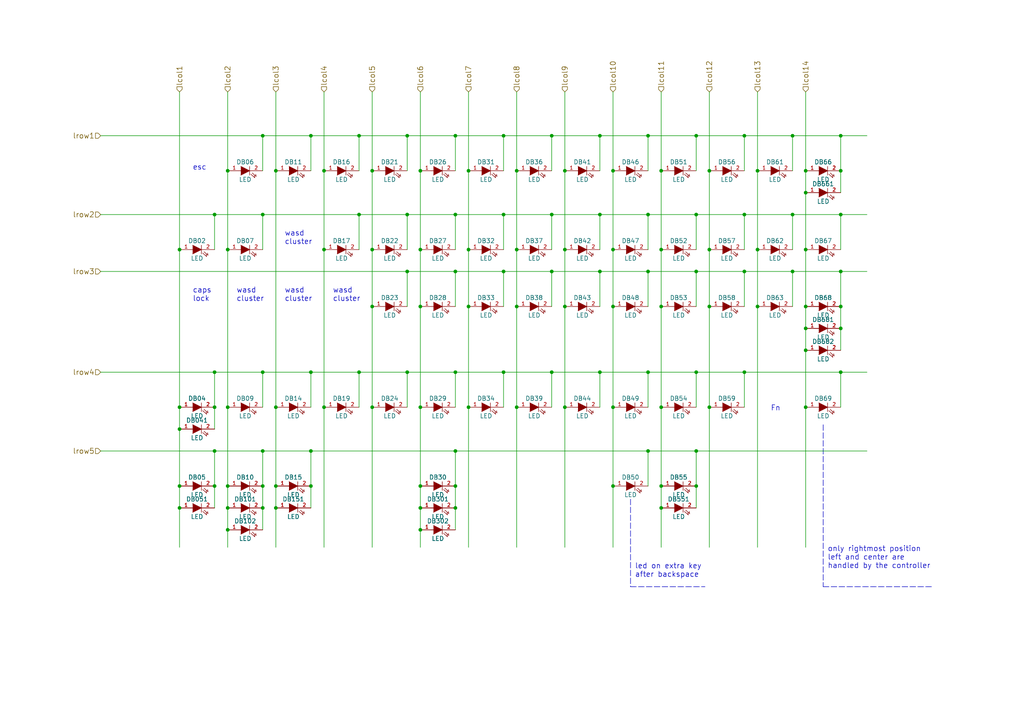
<source format=kicad_sch>
(kicad_sch (version 20211123) (generator eeschema)
  (paper "A4")
  (title_block (date "17 jul 2013"))
  (lib_symbols
    (symbol "device:LED" (pin_names (offset 1.016) hide)
      (property "Reference" "D" (at 0 2.54 0))
      (property "Value" "LED" (at 0 -2.54 0))
      (symbol "LED_0_1"
        (polyline (pts (xy 1.27 1.27) (xy 1.27 -1.27)))
        (polyline (pts (xy -1.27 1.27) (xy 1.27 0) (xy -1.27 -1.27)) (fill (type outline)))
        (polyline (pts (xy 1.651 -1.016) (xy 2.794 -2.032) (xy 2.667 -1.397)))
        (polyline (pts (xy 2.032 -0.635) (xy 3.175 -1.651) (xy 3.048 -1.016)))
      )
      (symbol "LED_1_1"
        (pin passive line (at -5.08 0 0) (length 3.81) (name "A") (number "1"))
        (pin passive line (at 5.08 0 180) (length 3.81) (name "K") (number "2"))
      )
    )
  )
  (junction (at 62.23 118.11))
  (junction (at 121.92 88.9))
  (junction (at 118.11 39.37))
  (junction (at 146.05 107.95))
  (junction (at 66.04 153.67))
  (junction (at 76.2 130.81))
  (junction (at 219.71 72.39))
  (junction (at 163.83 88.9))
  (junction (at 219.71 49.53))
  (junction (at 52.07 140.97))
  (junction (at 149.86 118.11))
  (junction (at 243.84 78.74))
  (junction (at 52.07 72.39))
  (junction (at 135.89 49.53))
  (junction (at 132.08 78.74))
  (junction (at 76.2 147.32))
  (junction (at 132.08 147.32))
  (junction (at 205.74 49.53))
  (junction (at 201.93 140.97))
  (junction (at 191.77 118.11))
  (junction (at 187.96 107.95))
  (junction (at 191.77 49.53))
  (junction (at 177.8 72.39))
  (junction (at 146.05 78.74))
  (junction (at 243.84 95.25))
  (junction (at 76.2 62.23))
  (junction (at 187.96 130.81))
  (junction (at 233.68 101.6))
  (junction (at 62.23 140.97))
  (junction (at 121.92 147.32))
  (junction (at 215.9 107.95))
  (junction (at 243.84 62.23))
  (junction (at 107.95 49.53))
  (junction (at 62.23 130.81))
  (junction (at 205.74 88.9))
  (junction (at 243.84 39.37))
  (junction (at 121.92 140.97))
  (junction (at 149.86 88.9))
  (junction (at 66.04 72.39))
  (junction (at 132.08 140.97))
  (junction (at 233.68 95.25))
  (junction (at 90.17 39.37))
  (junction (at 107.95 72.39))
  (junction (at 104.14 39.37))
  (junction (at 201.93 78.74))
  (junction (at 173.99 78.74))
  (junction (at 76.2 39.37))
  (junction (at 93.98 49.53))
  (junction (at 118.11 62.23))
  (junction (at 107.95 88.9))
  (junction (at 121.92 118.11))
  (junction (at 233.68 72.39))
  (junction (at 187.96 39.37))
  (junction (at 135.89 118.11))
  (junction (at 52.07 124.46))
  (junction (at 187.96 78.74))
  (junction (at 233.68 49.53))
  (junction (at 118.11 107.95))
  (junction (at 229.87 39.37))
  (junction (at 201.93 62.23))
  (junction (at 173.99 62.23))
  (junction (at 191.77 88.9))
  (junction (at 201.93 39.37))
  (junction (at 135.89 72.39))
  (junction (at 52.07 118.11))
  (junction (at 173.99 39.37))
  (junction (at 76.2 140.97))
  (junction (at 135.89 88.9))
  (junction (at 132.08 107.95))
  (junction (at 132.08 39.37))
  (junction (at 215.9 78.74))
  (junction (at 163.83 72.39))
  (junction (at 215.9 39.37))
  (junction (at 191.77 140.97))
  (junction (at 160.02 107.95))
  (junction (at 80.01 118.11))
  (junction (at 121.92 49.53))
  (junction (at 121.92 72.39))
  (junction (at 66.04 118.11))
  (junction (at 107.95 118.11))
  (junction (at 90.17 107.95))
  (junction (at 90.17 140.97))
  (junction (at 177.8 88.9))
  (junction (at 229.87 78.74))
  (junction (at 160.02 62.23))
  (junction (at 93.98 72.39))
  (junction (at 66.04 147.32))
  (junction (at 229.87 62.23))
  (junction (at 146.05 39.37))
  (junction (at 146.05 62.23))
  (junction (at 187.96 62.23))
  (junction (at 160.02 39.37))
  (junction (at 219.71 88.9))
  (junction (at 149.86 72.39))
  (junction (at 177.8 118.11))
  (junction (at 93.98 118.11))
  (junction (at 80.01 147.32))
  (junction (at 177.8 140.97))
  (junction (at 118.11 78.74))
  (junction (at 80.01 140.97))
  (junction (at 243.84 49.53))
  (junction (at 62.23 62.23))
  (junction (at 104.14 62.23))
  (junction (at 233.68 118.11))
  (junction (at 149.86 49.53))
  (junction (at 76.2 107.95))
  (junction (at 132.08 62.23))
  (junction (at 201.93 107.95))
  (junction (at 177.8 49.53))
  (junction (at 90.17 130.81))
  (junction (at 243.84 88.9))
  (junction (at 62.23 107.95))
  (junction (at 80.01 49.53))
  (junction (at 215.9 62.23))
  (junction (at 243.84 107.95))
  (junction (at 160.02 78.74))
  (junction (at 163.83 118.11))
  (junction (at 205.74 118.11))
  (junction (at 191.77 72.39))
  (junction (at 66.04 140.97))
  (junction (at 66.04 49.53))
  (junction (at 201.93 130.81))
  (junction (at 52.07 147.32))
  (junction (at 205.74 72.39))
  (junction (at 132.08 130.81))
  (junction (at 233.68 88.9))
  (junction (at 233.68 55.88))
  (junction (at 163.83 49.53))
  (junction (at 104.14 107.95))
  (junction (at 173.99 107.95))
  (junction (at 121.92 153.67))
  (junction (at 191.77 147.32))
  (wire (pts (xy 104.14 39.37) (xy 104.14 49.53)))
  (wire (pts (xy 80.01 26.67) (xy 80.01 49.53)))
  (wire (pts (xy 118.11 62.23) (xy 118.11 72.39)))
  (wire (pts (xy 173.99 107.95) (xy 187.96 107.95)))
  (wire (pts (xy 76.2 107.95) (xy 90.17 107.95)))
  (wire (pts (xy 201.93 78.74) (xy 201.93 88.9)))
  (wire (pts (xy 121.92 153.67) (xy 121.92 158.75)))
  (wire (pts (xy 201.93 130.81) (xy 251.46 130.81)))
  (wire (pts (xy 160.02 39.37) (xy 173.99 39.37)))
  (wire (pts (xy 132.08 107.95) (xy 146.05 107.95)))
  (wire (pts (xy 104.14 39.37) (xy 118.11 39.37)))
  (wire (pts (xy 118.11 39.37) (xy 132.08 39.37)))
  (wire (pts (xy 107.95 26.67) (xy 107.95 49.53)))
  (wire (pts (xy 118.11 78.74) (xy 118.11 88.9)))
  (wire (pts (xy 121.92 49.53) (xy 121.92 72.39)))
  (wire (pts (xy 90.17 130.81) (xy 132.08 130.81)))
  (wire (pts (xy 118.11 78.74) (xy 132.08 78.74)))
  (wire (pts (xy 80.01 49.53) (xy 80.01 118.11)))
  (wire (pts (xy 76.2 107.95) (xy 76.2 118.11)))
  (wire (pts (xy 229.87 62.23) (xy 243.84 62.23)))
  (wire (pts (xy 219.71 26.67) (xy 219.71 49.53)))
  (wire (pts (xy 177.8 118.11) (xy 177.8 140.97)))
  (wire (pts (xy 205.74 118.11) (xy 205.74 158.75)))
  (wire (pts (xy 107.95 49.53) (xy 107.95 72.39)))
  (wire (pts (xy 243.84 62.23) (xy 243.84 72.39)))
  (wire (pts (xy 215.9 78.74) (xy 215.9 88.9)))
  (wire (pts (xy 243.84 49.53) (xy 243.84 55.88)))
  (wire (pts (xy 187.96 62.23) (xy 187.96 72.39)))
  (wire (pts (xy 52.07 124.46) (xy 52.07 140.97)))
  (wire (pts (xy 66.04 147.32) (xy 66.04 153.67)))
  (wire (pts (xy 233.68 95.25) (xy 233.68 101.6)))
  (wire (pts (xy 163.83 49.53) (xy 163.83 72.39)))
  (wire (pts (xy 62.23 107.95) (xy 62.23 118.11)))
  (wire (pts (xy 205.74 88.9) (xy 205.74 118.11)))
  (wire (pts (xy 243.84 88.9) (xy 243.84 95.25)))
  (wire (pts (xy 163.83 72.39) (xy 163.83 88.9)))
  (wire (pts (xy 132.08 130.81) (xy 132.08 140.97)))
  (wire (pts (xy 173.99 62.23) (xy 173.99 72.39)))
  (wire (pts (xy 149.86 88.9) (xy 149.86 118.11)))
  (wire (pts (xy 187.96 78.74) (xy 187.96 88.9)))
  (wire (pts (xy 243.84 78.74) (xy 251.46 78.74)))
  (wire (pts (xy 160.02 62.23) (xy 173.99 62.23)))
  (wire (pts (xy 233.68 72.39) (xy 233.68 88.9)))
  (wire (pts (xy 243.84 107.95) (xy 243.84 118.11)))
  (wire (pts (xy 66.04 49.53) (xy 66.04 72.39)))
  (wire (pts (xy 149.86 49.53) (xy 149.86 72.39)))
  (wire (pts (xy 205.74 49.53) (xy 205.74 72.39)))
  (wire (pts (xy 132.08 39.37) (xy 146.05 39.37)))
  (wire (pts (xy 177.8 49.53) (xy 177.8 72.39)))
  (wire (pts (xy 146.05 107.95) (xy 160.02 107.95)))
  (wire (pts (xy 29.21 39.37) (xy 76.2 39.37)))
  (wire (pts (xy 62.23 140.97) (xy 62.23 147.32)))
  (wire (pts (xy 118.11 107.95) (xy 132.08 107.95)))
  (wire (pts (xy 90.17 107.95) (xy 90.17 118.11)))
  (wire (pts (xy 233.68 88.9) (xy 233.68 95.25)))
  (wire (pts (xy 132.08 130.81) (xy 187.96 130.81)))
  (wire (pts (xy 219.71 72.39) (xy 219.71 88.9)))
  (wire (pts (xy 201.93 62.23) (xy 215.9 62.23)))
  (wire (pts (xy 177.8 26.67) (xy 177.8 49.53)))
  (wire (pts (xy 160.02 62.23) (xy 160.02 72.39)))
  (wire (pts (xy 233.68 26.67) (xy 233.68 49.53)))
  (polyline (pts (xy 182.88 170.18) (xy 204.47 170.18)))
  (wire (pts (xy 135.89 26.67) (xy 135.89 49.53)))
  (wire (pts (xy 173.99 62.23) (xy 187.96 62.23)))
  (wire (pts (xy 66.04 26.67) (xy 66.04 49.53)))
  (wire (pts (xy 146.05 62.23) (xy 146.05 72.39)))
  (wire (pts (xy 121.92 118.11) (xy 121.92 140.97)))
  (wire (pts (xy 177.8 72.39) (xy 177.8 88.9)))
  (wire (pts (xy 187.96 130.81) (xy 187.96 140.97)))
  (wire (pts (xy 160.02 78.74) (xy 173.99 78.74)))
  (wire (pts (xy 233.68 49.53) (xy 233.68 55.88)))
  (polyline (pts (xy 238.76 123.19) (xy 238.76 170.18)))
  (wire (pts (xy 243.84 95.25) (xy 243.84 101.6)))
  (wire (pts (xy 173.99 39.37) (xy 173.99 49.53)))
  (wire (pts (xy 146.05 39.37) (xy 146.05 49.53)))
  (wire (pts (xy 135.89 118.11) (xy 135.89 158.75)))
  (wire (pts (xy 243.84 62.23) (xy 251.46 62.23)))
  (wire (pts (xy 66.04 153.67) (xy 66.04 158.75)))
  (wire (pts (xy 219.71 88.9) (xy 219.71 158.75)))
  (wire (pts (xy 160.02 39.37) (xy 160.02 49.53)))
  (wire (pts (xy 205.74 26.67) (xy 205.74 49.53)))
  (wire (pts (xy 201.93 78.74) (xy 215.9 78.74)))
  (wire (pts (xy 29.21 78.74) (xy 118.11 78.74)))
  (wire (pts (xy 90.17 130.81) (xy 90.17 140.97)))
  (wire (pts (xy 132.08 147.32) (xy 132.08 153.67)))
  (wire (pts (xy 243.84 107.95) (xy 251.46 107.95)))
  (wire (pts (xy 187.96 107.95) (xy 201.93 107.95)))
  (wire (pts (xy 160.02 78.74) (xy 160.02 88.9)))
  (wire (pts (xy 191.77 88.9) (xy 191.77 118.11)))
  (wire (pts (xy 107.95 72.39) (xy 107.95 88.9)))
  (wire (pts (xy 76.2 62.23) (xy 76.2 72.39)))
  (wire (pts (xy 135.89 88.9) (xy 135.89 118.11)))
  (wire (pts (xy 52.07 118.11) (xy 52.07 124.46)))
  (wire (pts (xy 229.87 78.74) (xy 243.84 78.74)))
  (wire (pts (xy 132.08 62.23) (xy 146.05 62.23)))
  (wire (pts (xy 62.23 130.81) (xy 76.2 130.81)))
  (polyline (pts (xy 182.88 144.78) (xy 182.88 170.18)))
  (wire (pts (xy 191.77 72.39) (xy 191.77 88.9)))
  (wire (pts (xy 215.9 62.23) (xy 215.9 72.39)))
  (wire (pts (xy 135.89 49.53) (xy 135.89 72.39)))
  (wire (pts (xy 201.93 107.95) (xy 215.9 107.95)))
  (wire (pts (xy 146.05 39.37) (xy 160.02 39.37)))
  (wire (pts (xy 29.21 107.95) (xy 62.23 107.95)))
  (wire (pts (xy 121.92 88.9) (xy 121.92 118.11)))
  (wire (pts (xy 215.9 107.95) (xy 243.84 107.95)))
  (wire (pts (xy 146.05 107.95) (xy 146.05 118.11)))
  (wire (pts (xy 104.14 62.23) (xy 104.14 72.39)))
  (wire (pts (xy 80.01 118.11) (xy 80.01 140.97)))
  (wire (pts (xy 229.87 62.23) (xy 229.87 72.39)))
  (wire (pts (xy 52.07 140.97) (xy 52.07 147.32)))
  (wire (pts (xy 121.92 147.32) (xy 121.92 153.67)))
  (wire (pts (xy 104.14 62.23) (xy 118.11 62.23)))
  (wire (pts (xy 62.23 72.39) (xy 62.23 62.23)))
  (wire (pts (xy 229.87 78.74) (xy 229.87 88.9)))
  (wire (pts (xy 163.83 88.9) (xy 163.83 118.11)))
  (wire (pts (xy 191.77 118.11) (xy 191.77 140.97)))
  (wire (pts (xy 52.07 72.39) (xy 52.07 118.11)))
  (wire (pts (xy 132.08 107.95) (xy 132.08 118.11)))
  (wire (pts (xy 93.98 118.11) (xy 93.98 158.75)))
  (wire (pts (xy 66.04 118.11) (xy 66.04 140.97)))
  (wire (pts (xy 187.96 130.81) (xy 201.93 130.81)))
  (wire (pts (xy 201.93 107.95) (xy 201.93 118.11)))
  (wire (pts (xy 132.08 39.37) (xy 132.08 49.53)))
  (wire (pts (xy 80.01 147.32) (xy 80.01 158.75)))
  (wire (pts (xy 29.21 130.81) (xy 62.23 130.81)))
  (wire (pts (xy 173.99 107.95) (xy 173.99 118.11)))
  (wire (pts (xy 121.92 26.67) (xy 121.92 49.53)))
  (wire (pts (xy 191.77 49.53) (xy 191.77 72.39)))
  (wire (pts (xy 215.9 39.37) (xy 215.9 49.53)))
  (wire (pts (xy 118.11 107.95) (xy 118.11 118.11)))
  (wire (pts (xy 146.05 78.74) (xy 160.02 78.74)))
  (wire (pts (xy 191.77 147.32) (xy 191.77 158.75)))
  (wire (pts (xy 93.98 26.67) (xy 93.98 49.53)))
  (wire (pts (xy 118.11 39.37) (xy 118.11 49.53)))
  (polyline (pts (xy 238.76 170.18) (xy 270.51 170.18)))
  (wire (pts (xy 187.96 39.37) (xy 187.96 49.53)))
  (wire (pts (xy 121.92 140.97) (xy 121.92 147.32)))
  (wire (pts (xy 201.93 39.37) (xy 201.93 49.53)))
  (wire (pts (xy 146.05 62.23) (xy 160.02 62.23)))
  (wire (pts (xy 76.2 147.32) (xy 76.2 153.67)))
  (wire (pts (xy 62.23 107.95) (xy 76.2 107.95)))
  (wire (pts (xy 149.86 26.67) (xy 149.86 49.53)))
  (wire (pts (xy 132.08 78.74) (xy 132.08 88.9)))
  (wire (pts (xy 191.77 140.97) (xy 191.77 147.32)))
  (wire (pts (xy 66.04 72.39) (xy 66.04 118.11)))
  (wire (pts (xy 93.98 72.39) (xy 93.98 118.11)))
  (wire (pts (xy 52.07 147.32) (xy 52.07 158.75)))
  (wire (pts (xy 163.83 118.11) (xy 163.83 158.75)))
  (wire (pts (xy 132.08 140.97) (xy 132.08 147.32)))
  (wire (pts (xy 76.2 62.23) (xy 104.14 62.23)))
  (wire (pts (xy 66.04 140.97) (xy 66.04 147.32)))
  (wire (pts (xy 187.96 78.74) (xy 201.93 78.74)))
  (wire (pts (xy 135.89 72.39) (xy 135.89 88.9)))
  (wire (pts (xy 233.68 101.6) (xy 233.68 118.11)))
  (wire (pts (xy 76.2 39.37) (xy 90.17 39.37)))
  (wire (pts (xy 132.08 62.23) (xy 132.08 72.39)))
  (wire (pts (xy 173.99 78.74) (xy 187.96 78.74)))
  (wire (pts (xy 177.8 88.9) (xy 177.8 118.11)))
  (wire (pts (xy 219.71 49.53) (xy 219.71 72.39)))
  (wire (pts (xy 62.23 130.81) (xy 62.23 140.97)))
  (wire (pts (xy 229.87 39.37) (xy 229.87 49.53)))
  (wire (pts (xy 80.01 140.97) (xy 80.01 147.32)))
  (wire (pts (xy 104.14 107.95) (xy 104.14 118.11)))
  (wire (pts (xy 173.99 78.74) (xy 173.99 88.9)))
  (wire (pts (xy 201.93 130.81) (xy 201.93 140.97)))
  (wire (pts (xy 90.17 39.37) (xy 104.14 39.37)))
  (wire (pts (xy 76.2 39.37) (xy 76.2 49.53)))
  (wire (pts (xy 149.86 118.11) (xy 149.86 158.75)))
  (wire (pts (xy 215.9 107.95) (xy 215.9 118.11)))
  (wire (pts (xy 107.95 118.11) (xy 107.95 158.75)))
  (wire (pts (xy 52.07 26.67) (xy 52.07 72.39)))
  (wire (pts (xy 62.23 62.23) (xy 76.2 62.23)))
  (wire (pts (xy 243.84 39.37) (xy 243.84 49.53)))
  (wire (pts (xy 62.23 118.11) (xy 62.23 124.46)))
  (wire (pts (xy 160.02 107.95) (xy 173.99 107.95)))
  (wire (pts (xy 173.99 39.37) (xy 187.96 39.37)))
  (wire (pts (xy 187.96 62.23) (xy 201.93 62.23)))
  (wire (pts (xy 90.17 39.37) (xy 90.17 49.53)))
  (wire (pts (xy 118.11 62.23) (xy 132.08 62.23)))
  (wire (pts (xy 233.68 118.11) (xy 233.68 158.75)))
  (wire (pts (xy 205.74 72.39) (xy 205.74 88.9)))
  (wire (pts (xy 146.05 78.74) (xy 146.05 88.9)))
  (wire (pts (xy 201.93 39.37) (xy 215.9 39.37)))
  (wire (pts (xy 215.9 78.74) (xy 229.87 78.74)))
  (wire (pts (xy 90.17 107.95) (xy 104.14 107.95)))
  (wire (pts (xy 76.2 130.81) (xy 76.2 140.97)))
  (wire (pts (xy 132.08 78.74) (xy 146.05 78.74)))
  (wire (pts (xy 201.93 140.97) (xy 201.93 147.32)))
  (wire (pts (xy 149.86 72.39) (xy 149.86 88.9)))
  (wire (pts (xy 243.84 78.74) (xy 243.84 88.9)))
  (wire (pts (xy 177.8 140.97) (xy 177.8 158.75)))
  (wire (pts (xy 104.14 107.95) (xy 118.11 107.95)))
  (wire (pts (xy 201.93 62.23) (xy 201.93 72.39)))
  (wire (pts (xy 187.96 107.95) (xy 187.96 118.11)))
  (wire (pts (xy 93.98 49.53) (xy 93.98 72.39)))
  (wire (pts (xy 243.84 39.37) (xy 251.46 39.37)))
  (wire (pts (xy 187.96 39.37) (xy 201.93 39.37)))
  (wire (pts (xy 90.17 140.97) (xy 90.17 147.32)))
  (wire (pts (xy 121.92 72.39) (xy 121.92 88.9)))
  (wire (pts (xy 107.95 88.9) (xy 107.95 118.11)))
  (wire (pts (xy 76.2 140.97) (xy 76.2 147.32)))
  (wire (pts (xy 163.83 26.67) (xy 163.83 49.53)))
  (wire (pts (xy 215.9 39.37) (xy 229.87 39.37)))
  (wire (pts (xy 29.21 62.23) (xy 62.23 62.23)))
  (wire (pts (xy 160.02 107.95) (xy 160.02 118.11)))
  (wire (pts (xy 191.77 26.67) (xy 191.77 49.53)))
  (wire (pts (xy 215.9 62.23) (xy 229.87 62.23)))
  (wire (pts (xy 76.2 130.81) (xy 90.17 130.81)))
  (wire (pts (xy 229.87 39.37) (xy 243.84 39.37)))
  (wire (pts (xy 233.68 55.88) (xy 233.68 72.39)))
  (text "wasd\ncluster" (at 82.55 87.63 0) (effects (font (size 1.524 1.524)) (justify left bottom)))
  (text "caps\nlock" (at 55.88 87.63 0) (effects (font (size 1.524 1.524)) (justify left bottom)))
  (text "esc" (at 55.88 49.53 0) (effects (font (size 1.524 1.524)) (justify left bottom)))
  (text "wasd\ncluster" (at 96.52 87.63 0) (effects (font (size 1.524 1.524)) (justify left bottom)))
  (text "wasd\ncluster" (at 82.55 71.12 0) (effects (font (size 1.524 1.524)) (justify left bottom)))
  (text "only rightmost position\nleft and center are\nhandled by the controller" (at 240.03 165.1 0) (effects (font (size 1.524 1.524)) (justify left bottom)))
  (text "led on extra key\nafter backspace" (at 184.15 167.64 0) (effects (font (size 1.524 1.524)) (justify left bottom)))
  (text "Fn" (at 223.52 119.38 0) (effects (font (size 1.524 1.524)) (justify left bottom)))
  (text "wasd\ncluster" (at 68.58 87.63 0) (effects (font (size 1.524 1.524)) (justify left bottom)))
  (hierarchical_label "lrow1" (shape input) (at 29.21 39.37 180) (effects (font (size 1.524 1.524))))
  (hierarchical_label "lcol6" (shape input) (at 121.92 26.67 90) (effects (font (size 1.524 1.524))))
  (hierarchical_label "lcol8" (shape input) (at 149.86 26.67 90) (effects (font (size 1.524 1.524))))
  (hierarchical_label "lrow3" (shape input) (at 29.21 78.74 180) (effects (font (size 1.524 1.524))))
  (hierarchical_label "lcol11" (shape input) (at 191.77 26.67 90) (effects (font (size 1.524 1.524))))
  (hierarchical_label "lcol9" (shape input) (at 163.83 26.67 90) (effects (font (size 1.524 1.524))))
  (hierarchical_label "lcol12" (shape input) (at 205.74 26.67 90) (effects (font (size 1.524 1.524))))
  (hierarchical_label "lcol1" (shape input) (at 52.07 26.67 90) (effects (font (size 1.524 1.524))))
  (hierarchical_label "lcol13" (shape input) (at 219.71 26.67 90) (effects (font (size 1.524 1.524))))
  (hierarchical_label "lrow2" (shape input) (at 29.21 62.23 180) (effects (font (size 1.524 1.524))))
  (hierarchical_label "lcol5" (shape input) (at 107.95 26.67 90) (effects (font (size 1.524 1.524))))
  (hierarchical_label "lcol3" (shape input) (at 80.01 26.67 90) (effects (font (size 1.524 1.524))))
  (hierarchical_label "lcol14" (shape input) (at 233.68 26.67 90) (effects (font (size 1.524 1.524))))
  (hierarchical_label "lcol10" (shape input) (at 177.8 26.67 90) (effects (font (size 1.524 1.524))))
  (hierarchical_label "lcol2" (shape input) (at 66.04 26.67 90) (effects (font (size 1.524 1.524))))
  (hierarchical_label "lrow5" (shape input) (at 29.21 130.81 180) (effects (font (size 1.524 1.524))))
  (hierarchical_label "lcol7" (shape input) (at 135.89 26.67 90) (effects (font (size 1.524 1.524))))
  (hierarchical_label "lcol4" (shape input) (at 93.98 26.67 90) (effects (font (size 1.524 1.524))))
  (hierarchical_label "lrow4" (shape input) (at 29.21 107.95 180) (effects (font (size 1.524 1.524))))
  (symbol (lib_id "device:LED") (at 113.03 49.53 0) (unit 1)
    (property "Reference" "DB21" (at 113.03 46.99 0))
    (property "Value" "LED" (at 113.03 52.07 0))
    (property "Footprint" "mx1a:MX1A-led_no3d" (effects hide))
  )
  (symbol (lib_id "device:LED") (at 127 49.53 0) (unit 1)
    (property "Reference" "DB26" (at 127 46.99 0))
    (property "Value" "LED" (at 127 52.07 0))
    (property "Footprint" "mx1a:MX1A-led_no3d" (effects hide))
  )
  (symbol (lib_id "device:LED") (at 140.97 49.53 0) (unit 1)
    (property "Reference" "DB31" (at 140.97 46.99 0))
    (property "Value" "LED" (at 140.97 52.07 0))
    (property "Footprint" "mx1a:MX1A-led_no3d" (effects hide))
  )
  (symbol (lib_id "device:LED") (at 154.94 49.53 0) (unit 1)
    (property "Reference" "DB36" (at 154.94 46.99 0))
    (property "Value" "LED" (at 154.94 52.07 0))
    (property "Footprint" "mx1a:MX1A-led_no3d" (effects hide))
  )
  (symbol (lib_id "device:LED") (at 71.12 49.53 0) (unit 1)
    (property "Reference" "DB06" (at 71.12 46.99 0))
    (property "Value" "LED" (at 71.12 52.07 0))
    (property "Footprint" "mx1a:MX1A-led_no3d" (effects hide))
  )
  (symbol (lib_id "device:LED") (at 85.09 49.53 0) (unit 1)
    (property "Reference" "DB11" (at 85.09 46.99 0))
    (property "Value" "LED" (at 85.09 52.07 0))
    (property "Footprint" "mx1a:MX1A-led_no3d" (effects hide))
  )
  (symbol (lib_id "device:LED") (at 99.06 49.53 0) (unit 1)
    (property "Reference" "DB16" (at 99.06 46.99 0))
    (property "Value" "LED" (at 99.06 52.07 0))
    (property "Footprint" "mx1a:MX1A-led_no3d" (effects hide))
  )
  (symbol (lib_id "device:LED") (at 224.79 49.53 0) (unit 1)
    (property "Reference" "DB61" (at 224.79 46.99 0))
    (property "Value" "LED" (at 224.79 52.07 0))
    (property "Footprint" "mx1a:MX1A-led_no3d" (effects hide))
  )
  (symbol (lib_id "device:LED") (at 238.76 49.53 0) (unit 1)
    (property "Reference" "DB66" (at 238.76 46.99 0))
    (property "Value" "LED" (at 238.76 52.07 0))
    (property "Footprint" "mx1a:MX1A-led_no3d" (effects hide))
  )
  (symbol (lib_id "device:LED") (at 168.91 49.53 0) (unit 1)
    (property "Reference" "DB41" (at 168.91 46.99 0))
    (property "Value" "LED" (at 168.91 52.07 0))
    (property "Footprint" "mx1a:MX1A-led_no3d" (effects hide))
  )
  (symbol (lib_id "device:LED") (at 182.88 49.53 0) (unit 1)
    (property "Reference" "DB46" (at 182.88 46.99 0))
    (property "Value" "LED" (at 182.88 52.07 0))
    (property "Footprint" "mx1a:MX1A-led_no3d" (effects hide))
  )
  (symbol (lib_id "device:LED") (at 196.85 49.53 0) (unit 1)
    (property "Reference" "DB51" (at 196.85 46.99 0))
    (property "Value" "LED" (at 196.85 52.07 0))
    (property "Footprint" "mx1a:MX1A-led_no3d" (effects hide))
  )
  (symbol (lib_id "device:LED") (at 210.82 49.53 0) (unit 1)
    (property "Reference" "DB56" (at 210.82 46.99 0))
    (property "Value" "LED" (at 210.82 52.07 0))
    (property "Footprint" "mx1a:MX1A-led_no3d" (effects hide))
  )
  (symbol (lib_id "device:LED") (at 113.03 72.39 0) (unit 1)
    (property "Reference" "DB22" (at 113.03 69.85 0))
    (property "Value" "LED" (at 113.03 74.93 0))
    (property "Footprint" "mx1a:MX1A-led_no3d" (effects hide))
  )
  (symbol (lib_id "device:LED") (at 127 72.39 0) (unit 1)
    (property "Reference" "DB27" (at 127 69.85 0))
    (property "Value" "LED" (at 127 74.93 0))
    (property "Footprint" "mx1a:MX1A-led_no3d" (effects hide))
  )
  (symbol (lib_id "device:LED") (at 140.97 72.39 0) (unit 1)
    (property "Reference" "DB32" (at 140.97 69.85 0))
    (property "Value" "LED" (at 140.97 74.93 0))
    (property "Footprint" "mx1a:MX1A-led_no3d" (effects hide))
  )
  (symbol (lib_id "device:LED") (at 154.94 72.39 0) (unit 1)
    (property "Reference" "DB37" (at 154.94 69.85 0))
    (property "Value" "LED" (at 154.94 74.93 0))
    (property "Footprint" "mx1a:MX1A-led_no3d" (effects hide))
  )
  (symbol (lib_id "device:LED") (at 57.15 72.39 0) (unit 1)
    (property "Reference" "DB02" (at 57.15 69.85 0))
    (property "Value" "LED" (at 57.15 74.93 0))
    (property "Footprint" "mx1a:MX1A-led_no3d" (effects hide))
  )
  (symbol (lib_id "device:LED") (at 71.12 72.39 0) (unit 1)
    (property "Reference" "DB07" (at 71.12 69.85 0))
    (property "Value" "LED" (at 71.12 74.93 0))
    (property "Footprint" "mx1a:MX1A-led_no3d" (effects hide))
  )
  (symbol (lib_id "device:LED") (at 99.06 72.39 0) (unit 1)
    (property "Reference" "DB17" (at 99.06 69.85 0))
    (property "Value" "LED" (at 99.06 74.93 0))
    (property "Footprint" "mx1a:MX1A-led_no3d" (effects hide))
  )
  (symbol (lib_id "device:LED") (at 224.79 72.39 0) (unit 1)
    (property "Reference" "DB62" (at 224.79 69.85 0))
    (property "Value" "LED" (at 224.79 74.93 0))
    (property "Footprint" "mx1a:MX1A-led_no3d" (effects hide))
  )
  (symbol (lib_id "device:LED") (at 238.76 72.39 0) (unit 1)
    (property "Reference" "DB67" (at 238.76 69.85 0))
    (property "Value" "LED" (at 238.76 74.93 0))
    (property "Footprint" "mx1a:MX1A-led_no3d" (effects hide))
  )
  (symbol (lib_id "device:LED") (at 168.91 72.39 0) (unit 1)
    (property "Reference" "DB42" (at 168.91 69.85 0))
    (property "Value" "LED" (at 168.91 74.93 0))
    (property "Footprint" "mx1a:MX1A-led_no3d" (effects hide))
  )
  (symbol (lib_id "device:LED") (at 182.88 72.39 0) (unit 1)
    (property "Reference" "DB47" (at 182.88 69.85 0))
    (property "Value" "LED" (at 182.88 74.93 0))
    (property "Footprint" "mx1a:MX1A-led_no3d" (effects hide))
  )
  (symbol (lib_id "device:LED") (at 196.85 72.39 0) (unit 1)
    (property "Reference" "DB52" (at 196.85 69.85 0))
    (property "Value" "LED" (at 196.85 74.93 0))
    (property "Footprint" "mx1a:MX1A-led_no3d" (effects hide))
  )
  (symbol (lib_id "device:LED") (at 210.82 72.39 0) (unit 1)
    (property "Reference" "DB57" (at 210.82 69.85 0))
    (property "Value" "LED" (at 210.82 74.93 0))
    (property "Footprint" "mx1a:MX1A-led_no3d" (effects hide))
  )
  (symbol (lib_id "device:LED") (at 113.03 88.9 0) (unit 1)
    (property "Reference" "DB23" (at 113.03 86.36 0))
    (property "Value" "LED" (at 113.03 91.44 0))
    (property "Footprint" "mx1a:MX1A-led_no3d" (effects hide))
  )
  (symbol (lib_id "device:LED") (at 127 88.9 0) (unit 1)
    (property "Reference" "DB28" (at 127 86.36 0))
    (property "Value" "LED" (at 127 91.44 0))
    (property "Footprint" "mx1a:MX1A-led_no3d" (effects hide))
  )
  (symbol (lib_id "device:LED") (at 140.97 88.9 0) (unit 1)
    (property "Reference" "DB33" (at 140.97 86.36 0))
    (property "Value" "LED" (at 140.97 91.44 0))
    (property "Footprint" "mx1a:MX1A-led_no3d" (effects hide))
  )
  (symbol (lib_id "device:LED") (at 154.94 88.9 0) (unit 1)
    (property "Reference" "DB38" (at 154.94 86.36 0))
    (property "Value" "LED" (at 154.94 91.44 0))
    (property "Footprint" "mx1a:MX1A-led_no3d" (effects hide))
  )
  (symbol (lib_id "device:LED") (at 224.79 88.9 0) (unit 1)
    (property "Reference" "DB63" (at 224.79 86.36 0))
    (property "Value" "LED" (at 224.79 91.44 0))
    (property "Footprint" "mx1a:MX1A-led_no3d" (effects hide))
  )
  (symbol (lib_id "device:LED") (at 238.76 88.9 0) (unit 1)
    (property "Reference" "DB68" (at 238.76 86.36 0))
    (property "Value" "LED" (at 238.76 91.44 0))
    (property "Footprint" "mx1a:MX1A-led_no3d" (effects hide))
  )
  (symbol (lib_id "device:LED") (at 168.91 88.9 0) (unit 1)
    (property "Reference" "DB43" (at 168.91 86.36 0))
    (property "Value" "LED" (at 168.91 91.44 0))
    (property "Footprint" "mx1a:MX1A-led_no3d" (effects hide))
  )
  (symbol (lib_id "device:LED") (at 182.88 88.9 0) (unit 1)
    (property "Reference" "DB48" (at 182.88 86.36 0))
    (property "Value" "LED" (at 182.88 91.44 0))
    (property "Footprint" "mx1a:MX1A-led_no3d" (effects hide))
  )
  (symbol (lib_id "device:LED") (at 196.85 88.9 0) (unit 1)
    (property "Reference" "DB53" (at 196.85 86.36 0))
    (property "Value" "LED" (at 196.85 91.44 0))
    (property "Footprint" "mx1a:MX1A-led_no3d" (effects hide))
  )
  (symbol (lib_id "device:LED") (at 210.82 88.9 0) (unit 1)
    (property "Reference" "DB58" (at 210.82 86.36 0))
    (property "Value" "LED" (at 210.82 91.44 0))
    (property "Footprint" "mx1a:MX1A-led_no3d" (effects hide))
  )
  (symbol (lib_id "device:LED") (at 113.03 118.11 0) (unit 1)
    (property "Reference" "DB24" (at 113.03 115.57 0))
    (property "Value" "LED" (at 113.03 120.65 0))
    (property "Footprint" "mx1a:MX1A-led_no3d" (effects hide))
  )
  (symbol (lib_id "device:LED") (at 127 118.11 0) (unit 1)
    (property "Reference" "DB29" (at 127 115.57 0))
    (property "Value" "LED" (at 127 120.65 0))
    (property "Footprint" "mx1a:MX1A-led_no3d" (effects hide))
  )
  (symbol (lib_id "device:LED") (at 140.97 118.11 0) (unit 1)
    (property "Reference" "DB34" (at 140.97 115.57 0))
    (property "Value" "LED" (at 140.97 120.65 0))
    (property "Footprint" "mx1a:MX1A-led_no3d" (effects hide))
  )
  (symbol (lib_id "device:LED") (at 154.94 118.11 0) (unit 1)
    (property "Reference" "DB39" (at 154.94 115.57 0))
    (property "Value" "LED" (at 154.94 120.65 0))
    (property "Footprint" "mx1a:MX1A-led_no3d" (effects hide))
  )
  (symbol (lib_id "device:LED") (at 57.15 118.11 0) (unit 1)
    (property "Reference" "DB04" (at 57.15 115.57 0))
    (property "Value" "LED" (at 57.15 120.65 0))
    (property "Footprint" "mx1a:MX1A-led_no3d" (effects hide))
  )
  (symbol (lib_id "device:LED") (at 71.12 118.11 0) (unit 1)
    (property "Reference" "DB09" (at 71.12 115.57 0))
    (property "Value" "LED" (at 71.12 120.65 0))
    (property "Footprint" "mx1a:MX1A-led_no3d" (effects hide))
  )
  (symbol (lib_id "device:LED") (at 85.09 118.11 0) (unit 1)
    (property "Reference" "DB14" (at 85.09 115.57 0))
    (property "Value" "LED" (at 85.09 120.65 0))
    (property "Footprint" "mx1a:MX1A-led_no3d" (effects hide))
  )
  (symbol (lib_id "device:LED") (at 99.06 118.11 0) (unit 1)
    (property "Reference" "DB19" (at 99.06 115.57 0))
    (property "Value" "LED" (at 99.06 120.65 0))
    (property "Footprint" "mx1a:MX1A-led_no3d" (effects hide))
  )
  (symbol (lib_id "device:LED") (at 168.91 118.11 0) (unit 1)
    (property "Reference" "DB44" (at 168.91 115.57 0))
    (property "Value" "LED" (at 168.91 120.65 0))
    (property "Footprint" "mx1a:MX1A-led_no3d" (effects hide))
  )
  (symbol (lib_id "device:LED") (at 182.88 118.11 0) (unit 1)
    (property "Reference" "DB49" (at 182.88 115.57 0))
    (property "Value" "LED" (at 182.88 120.65 0))
    (property "Footprint" "mx1a:MX1A-led_no3d" (effects hide))
  )
  (symbol (lib_id "device:LED") (at 196.85 118.11 0) (unit 1)
    (property "Reference" "DB54" (at 196.85 115.57 0))
    (property "Value" "LED" (at 196.85 120.65 0))
    (property "Footprint" "mx1a:MX1A-led_no3d" (effects hide))
  )
  (symbol (lib_id "device:LED") (at 210.82 118.11 0) (unit 1)
    (property "Reference" "DB59" (at 210.82 115.57 0))
    (property "Value" "LED" (at 210.82 120.65 0))
    (property "Footprint" "mx1a:MX1A-led_no3d" (effects hide))
  )
  (symbol (lib_id "device:LED") (at 127 140.97 0) (unit 1)
    (property "Reference" "DB30" (at 127 138.43 0))
    (property "Value" "LED" (at 127 143.51 0))
    (property "Footprint" "mx1a:MX1A-led_no3d" (effects hide))
  )
  (symbol (lib_id "device:LED") (at 57.15 140.97 0) (unit 1)
    (property "Reference" "DB05" (at 57.15 138.43 0))
    (property "Value" "LED" (at 57.15 143.51 0))
  )
  (symbol (lib_id "device:LED") (at 71.12 140.97 0) (unit 1)
    (property "Reference" "DB10" (at 71.12 138.43 0))
    (property "Value" "LED" (at 71.12 143.51 0))
  )
  (symbol (lib_id "device:LED") (at 85.09 140.97 0) (unit 1)
    (property "Reference" "DB15" (at 85.09 138.43 0))
    (property "Value" "LED" (at 85.09 143.51 0))
  )
  (symbol (lib_id "device:LED") (at 182.88 140.97 0) (unit 1)
    (property "Reference" "DB50" (at 182.88 138.43 0))
    (property "Value" "LED" (at 182.88 143.51 0))
    (property "Footprint" "mx1a:MX1A-led_no3d" (effects hide))
  )
  (symbol (lib_id "device:LED") (at 196.85 140.97 0) (unit 1)
    (property "Reference" "DB55" (at 196.85 138.43 0))
    (property "Value" "LED" (at 196.85 143.51 0))
  )
  (symbol (lib_id "device:LED") (at 196.85 147.32 0) (unit 1)
    (property "Reference" "DB551" (at 196.85 144.78 0))
    (property "Value" "LED" (at 196.85 149.86 0))
  )
  (symbol (lib_id "device:LED") (at 127 147.32 0) (unit 1)
    (property "Reference" "DB301" (at 127 144.78 0))
    (property "Value" "LED" (at 127 149.86 0))
    (property "Footprint" "mx1a:MX1A-led_no3d" (effects hide))
  )
  (symbol (lib_id "device:LED") (at 127 153.67 0) (unit 1)
    (property "Reference" "DB302" (at 127 151.13 0))
    (property "Value" "LED" (at 127 156.21 0))
    (property "Footprint" "mx1a:MX1A-led_no3d" (effects hide))
  )
  (symbol (lib_id "device:LED") (at 57.15 147.32 0) (unit 1)
    (property "Reference" "DB051" (at 57.15 144.78 0))
    (property "Value" "LED" (at 57.15 149.86 0))
  )
  (symbol (lib_id "device:LED") (at 71.12 147.32 0) (unit 1)
    (property "Reference" "DB101" (at 71.12 144.78 0))
    (property "Value" "LED" (at 71.12 149.86 0))
  )
  (symbol (lib_id "device:LED") (at 71.12 153.67 0) (unit 1)
    (property "Reference" "DB102" (at 71.12 151.13 0))
    (property "Value" "LED" (at 71.12 156.21 0))
  )
  (symbol (lib_id "device:LED") (at 85.09 147.32 0) (unit 1)
    (property "Reference" "DB151" (at 85.09 144.78 0))
    (property "Value" "LED" (at 85.09 149.86 0))
  )
  (symbol (lib_id "device:LED") (at 238.76 118.11 0) (unit 1)
    (property "Reference" "DB69" (at 238.76 115.57 0))
    (property "Value" "LED" (at 238.76 120.65 0))
    (property "Footprint" "mx1a:MX1A-led_no3d" (effects hide))
  )
  (symbol (lib_id "device:LED") (at 57.15 124.46 0) (unit 1)
    (property "Reference" "DB041" (at 57.15 121.92 0))
    (property "Value" "LED" (at 57.15 127 0))
    (property "Footprint" "mx1a:MX1A-led_no3d" (effects hide))
  )
  (symbol (lib_id "device:LED") (at 238.76 55.88 0) (unit 1)
    (property "Reference" "DB661" (at 238.76 53.34 0))
    (property "Value" "LED" (at 238.76 58.42 0))
    (property "Footprint" "mx1a:MX1A-led_no3d" (effects hide))
  )
  (symbol (lib_id "device:LED") (at 238.76 95.25 0) (unit 1)
    (property "Reference" "DB681" (at 238.76 92.71 0))
    (property "Value" "LED" (at 238.76 97.79 0))
    (property "Footprint" "mx1a:MX1A-led_no3d" (effects hide))
  )
  (symbol (lib_id "device:LED") (at 238.76 101.6 0) (unit 1)
    (property "Reference" "DB682" (at 238.76 99.06 0))
    (property "Value" "LED" (at 238.76 104.14 0))
    (property "Footprint" "mx1a:MX1A-led_no3d" (effects hide))
  )
)
</source>
